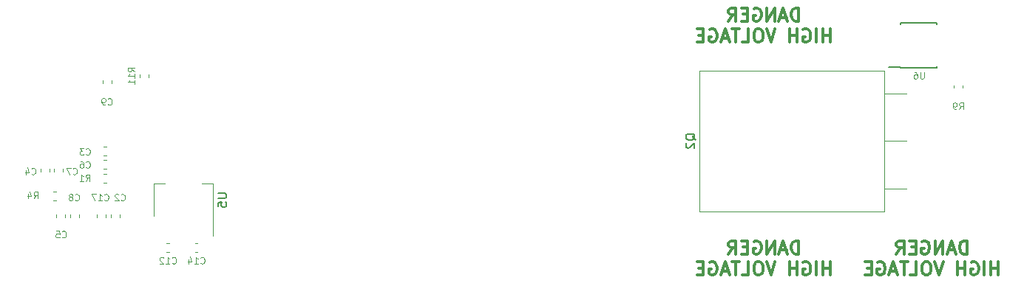
<source format=gbr>
G04 #@! TF.GenerationSoftware,KiCad,Pcbnew,7.99.0-unknown-099e5dd9e7~172~ubuntu22.04.1*
G04 #@! TF.CreationDate,2023-11-16T11:57:36+01:00*
G04 #@! TF.ProjectId,emfi,656d6669-2e6b-4696-9361-645f70636258,0.1*
G04 #@! TF.SameCoordinates,Original*
G04 #@! TF.FileFunction,Legend,Bot*
G04 #@! TF.FilePolarity,Positive*
%FSLAX46Y46*%
G04 Gerber Fmt 4.6, Leading zero omitted, Abs format (unit mm)*
G04 Created by KiCad (PCBNEW 7.99.0-unknown-099e5dd9e7~172~ubuntu22.04.1) date 2023-11-16 11:57:36*
%MOMM*%
%LPD*%
G01*
G04 APERTURE LIST*
%ADD10C,0.300000*%
%ADD11C,0.125000*%
%ADD12C,0.150000*%
%ADD13C,0.120000*%
G04 APERTURE END LIST*
D10*
X146000000Y-59970870D02*
X146000000Y-58470870D01*
X146000000Y-58470870D02*
X145642857Y-58470870D01*
X145642857Y-58470870D02*
X145428571Y-58542299D01*
X145428571Y-58542299D02*
X145285714Y-58685156D01*
X145285714Y-58685156D02*
X145214285Y-58828013D01*
X145214285Y-58828013D02*
X145142857Y-59113727D01*
X145142857Y-59113727D02*
X145142857Y-59328013D01*
X145142857Y-59328013D02*
X145214285Y-59613727D01*
X145214285Y-59613727D02*
X145285714Y-59756584D01*
X145285714Y-59756584D02*
X145428571Y-59899442D01*
X145428571Y-59899442D02*
X145642857Y-59970870D01*
X145642857Y-59970870D02*
X146000000Y-59970870D01*
X144571428Y-59542299D02*
X143857143Y-59542299D01*
X144714285Y-59970870D02*
X144214285Y-58470870D01*
X144214285Y-58470870D02*
X143714285Y-59970870D01*
X143214286Y-59970870D02*
X143214286Y-58470870D01*
X143214286Y-58470870D02*
X142357143Y-59970870D01*
X142357143Y-59970870D02*
X142357143Y-58470870D01*
X140857142Y-58542299D02*
X141000000Y-58470870D01*
X141000000Y-58470870D02*
X141214285Y-58470870D01*
X141214285Y-58470870D02*
X141428571Y-58542299D01*
X141428571Y-58542299D02*
X141571428Y-58685156D01*
X141571428Y-58685156D02*
X141642857Y-58828013D01*
X141642857Y-58828013D02*
X141714285Y-59113727D01*
X141714285Y-59113727D02*
X141714285Y-59328013D01*
X141714285Y-59328013D02*
X141642857Y-59613727D01*
X141642857Y-59613727D02*
X141571428Y-59756584D01*
X141571428Y-59756584D02*
X141428571Y-59899442D01*
X141428571Y-59899442D02*
X141214285Y-59970870D01*
X141214285Y-59970870D02*
X141071428Y-59970870D01*
X141071428Y-59970870D02*
X140857142Y-59899442D01*
X140857142Y-59899442D02*
X140785714Y-59828013D01*
X140785714Y-59828013D02*
X140785714Y-59328013D01*
X140785714Y-59328013D02*
X141071428Y-59328013D01*
X140142857Y-59185156D02*
X139642857Y-59185156D01*
X139428571Y-59970870D02*
X140142857Y-59970870D01*
X140142857Y-59970870D02*
X140142857Y-58470870D01*
X140142857Y-58470870D02*
X139428571Y-58470870D01*
X137928571Y-59970870D02*
X138428571Y-59256584D01*
X138785714Y-59970870D02*
X138785714Y-58470870D01*
X138785714Y-58470870D02*
X138214285Y-58470870D01*
X138214285Y-58470870D02*
X138071428Y-58542299D01*
X138071428Y-58542299D02*
X137999999Y-58613727D01*
X137999999Y-58613727D02*
X137928571Y-58756584D01*
X137928571Y-58756584D02*
X137928571Y-58970870D01*
X137928571Y-58970870D02*
X137999999Y-59113727D01*
X137999999Y-59113727D02*
X138071428Y-59185156D01*
X138071428Y-59185156D02*
X138214285Y-59256584D01*
X138214285Y-59256584D02*
X138785714Y-59256584D01*
X149571429Y-62385786D02*
X149571429Y-60885786D01*
X149571429Y-61600072D02*
X148714286Y-61600072D01*
X148714286Y-62385786D02*
X148714286Y-60885786D01*
X148000000Y-62385786D02*
X148000000Y-60885786D01*
X146499999Y-60957215D02*
X146642857Y-60885786D01*
X146642857Y-60885786D02*
X146857142Y-60885786D01*
X146857142Y-60885786D02*
X147071428Y-60957215D01*
X147071428Y-60957215D02*
X147214285Y-61100072D01*
X147214285Y-61100072D02*
X147285714Y-61242929D01*
X147285714Y-61242929D02*
X147357142Y-61528643D01*
X147357142Y-61528643D02*
X147357142Y-61742929D01*
X147357142Y-61742929D02*
X147285714Y-62028643D01*
X147285714Y-62028643D02*
X147214285Y-62171500D01*
X147214285Y-62171500D02*
X147071428Y-62314358D01*
X147071428Y-62314358D02*
X146857142Y-62385786D01*
X146857142Y-62385786D02*
X146714285Y-62385786D01*
X146714285Y-62385786D02*
X146499999Y-62314358D01*
X146499999Y-62314358D02*
X146428571Y-62242929D01*
X146428571Y-62242929D02*
X146428571Y-61742929D01*
X146428571Y-61742929D02*
X146714285Y-61742929D01*
X145785714Y-62385786D02*
X145785714Y-60885786D01*
X145785714Y-61600072D02*
X144928571Y-61600072D01*
X144928571Y-62385786D02*
X144928571Y-60885786D01*
X143285713Y-60885786D02*
X142785713Y-62385786D01*
X142785713Y-62385786D02*
X142285713Y-60885786D01*
X141499999Y-60885786D02*
X141214285Y-60885786D01*
X141214285Y-60885786D02*
X141071428Y-60957215D01*
X141071428Y-60957215D02*
X140928571Y-61100072D01*
X140928571Y-61100072D02*
X140857142Y-61385786D01*
X140857142Y-61385786D02*
X140857142Y-61885786D01*
X140857142Y-61885786D02*
X140928571Y-62171500D01*
X140928571Y-62171500D02*
X141071428Y-62314358D01*
X141071428Y-62314358D02*
X141214285Y-62385786D01*
X141214285Y-62385786D02*
X141499999Y-62385786D01*
X141499999Y-62385786D02*
X141642857Y-62314358D01*
X141642857Y-62314358D02*
X141785714Y-62171500D01*
X141785714Y-62171500D02*
X141857142Y-61885786D01*
X141857142Y-61885786D02*
X141857142Y-61385786D01*
X141857142Y-61385786D02*
X141785714Y-61100072D01*
X141785714Y-61100072D02*
X141642857Y-60957215D01*
X141642857Y-60957215D02*
X141499999Y-60885786D01*
X139499999Y-62385786D02*
X140214285Y-62385786D01*
X140214285Y-62385786D02*
X140214285Y-60885786D01*
X139214284Y-60885786D02*
X138357142Y-60885786D01*
X138785713Y-62385786D02*
X138785713Y-60885786D01*
X137928570Y-61957215D02*
X137214285Y-61957215D01*
X138071427Y-62385786D02*
X137571427Y-60885786D01*
X137571427Y-60885786D02*
X137071427Y-62385786D01*
X135785713Y-60957215D02*
X135928571Y-60885786D01*
X135928571Y-60885786D02*
X136142856Y-60885786D01*
X136142856Y-60885786D02*
X136357142Y-60957215D01*
X136357142Y-60957215D02*
X136499999Y-61100072D01*
X136499999Y-61100072D02*
X136571428Y-61242929D01*
X136571428Y-61242929D02*
X136642856Y-61528643D01*
X136642856Y-61528643D02*
X136642856Y-61742929D01*
X136642856Y-61742929D02*
X136571428Y-62028643D01*
X136571428Y-62028643D02*
X136499999Y-62171500D01*
X136499999Y-62171500D02*
X136357142Y-62314358D01*
X136357142Y-62314358D02*
X136142856Y-62385786D01*
X136142856Y-62385786D02*
X135999999Y-62385786D01*
X135999999Y-62385786D02*
X135785713Y-62314358D01*
X135785713Y-62314358D02*
X135714285Y-62242929D01*
X135714285Y-62242929D02*
X135714285Y-61742929D01*
X135714285Y-61742929D02*
X135999999Y-61742929D01*
X135071428Y-61600072D02*
X134571428Y-61600072D01*
X134357142Y-62385786D02*
X135071428Y-62385786D01*
X135071428Y-62385786D02*
X135071428Y-60885786D01*
X135071428Y-60885786D02*
X134357142Y-60885786D01*
X146000000Y-33220870D02*
X146000000Y-31720870D01*
X146000000Y-31720870D02*
X145642857Y-31720870D01*
X145642857Y-31720870D02*
X145428571Y-31792299D01*
X145428571Y-31792299D02*
X145285714Y-31935156D01*
X145285714Y-31935156D02*
X145214285Y-32078013D01*
X145214285Y-32078013D02*
X145142857Y-32363727D01*
X145142857Y-32363727D02*
X145142857Y-32578013D01*
X145142857Y-32578013D02*
X145214285Y-32863727D01*
X145214285Y-32863727D02*
X145285714Y-33006584D01*
X145285714Y-33006584D02*
X145428571Y-33149442D01*
X145428571Y-33149442D02*
X145642857Y-33220870D01*
X145642857Y-33220870D02*
X146000000Y-33220870D01*
X144571428Y-32792299D02*
X143857143Y-32792299D01*
X144714285Y-33220870D02*
X144214285Y-31720870D01*
X144214285Y-31720870D02*
X143714285Y-33220870D01*
X143214286Y-33220870D02*
X143214286Y-31720870D01*
X143214286Y-31720870D02*
X142357143Y-33220870D01*
X142357143Y-33220870D02*
X142357143Y-31720870D01*
X140857142Y-31792299D02*
X141000000Y-31720870D01*
X141000000Y-31720870D02*
X141214285Y-31720870D01*
X141214285Y-31720870D02*
X141428571Y-31792299D01*
X141428571Y-31792299D02*
X141571428Y-31935156D01*
X141571428Y-31935156D02*
X141642857Y-32078013D01*
X141642857Y-32078013D02*
X141714285Y-32363727D01*
X141714285Y-32363727D02*
X141714285Y-32578013D01*
X141714285Y-32578013D02*
X141642857Y-32863727D01*
X141642857Y-32863727D02*
X141571428Y-33006584D01*
X141571428Y-33006584D02*
X141428571Y-33149442D01*
X141428571Y-33149442D02*
X141214285Y-33220870D01*
X141214285Y-33220870D02*
X141071428Y-33220870D01*
X141071428Y-33220870D02*
X140857142Y-33149442D01*
X140857142Y-33149442D02*
X140785714Y-33078013D01*
X140785714Y-33078013D02*
X140785714Y-32578013D01*
X140785714Y-32578013D02*
X141071428Y-32578013D01*
X140142857Y-32435156D02*
X139642857Y-32435156D01*
X139428571Y-33220870D02*
X140142857Y-33220870D01*
X140142857Y-33220870D02*
X140142857Y-31720870D01*
X140142857Y-31720870D02*
X139428571Y-31720870D01*
X137928571Y-33220870D02*
X138428571Y-32506584D01*
X138785714Y-33220870D02*
X138785714Y-31720870D01*
X138785714Y-31720870D02*
X138214285Y-31720870D01*
X138214285Y-31720870D02*
X138071428Y-31792299D01*
X138071428Y-31792299D02*
X137999999Y-31863727D01*
X137999999Y-31863727D02*
X137928571Y-32006584D01*
X137928571Y-32006584D02*
X137928571Y-32220870D01*
X137928571Y-32220870D02*
X137999999Y-32363727D01*
X137999999Y-32363727D02*
X138071428Y-32435156D01*
X138071428Y-32435156D02*
X138214285Y-32506584D01*
X138214285Y-32506584D02*
X138785714Y-32506584D01*
X149571429Y-35635786D02*
X149571429Y-34135786D01*
X149571429Y-34850072D02*
X148714286Y-34850072D01*
X148714286Y-35635786D02*
X148714286Y-34135786D01*
X148000000Y-35635786D02*
X148000000Y-34135786D01*
X146499999Y-34207215D02*
X146642857Y-34135786D01*
X146642857Y-34135786D02*
X146857142Y-34135786D01*
X146857142Y-34135786D02*
X147071428Y-34207215D01*
X147071428Y-34207215D02*
X147214285Y-34350072D01*
X147214285Y-34350072D02*
X147285714Y-34492929D01*
X147285714Y-34492929D02*
X147357142Y-34778643D01*
X147357142Y-34778643D02*
X147357142Y-34992929D01*
X147357142Y-34992929D02*
X147285714Y-35278643D01*
X147285714Y-35278643D02*
X147214285Y-35421500D01*
X147214285Y-35421500D02*
X147071428Y-35564358D01*
X147071428Y-35564358D02*
X146857142Y-35635786D01*
X146857142Y-35635786D02*
X146714285Y-35635786D01*
X146714285Y-35635786D02*
X146499999Y-35564358D01*
X146499999Y-35564358D02*
X146428571Y-35492929D01*
X146428571Y-35492929D02*
X146428571Y-34992929D01*
X146428571Y-34992929D02*
X146714285Y-34992929D01*
X145785714Y-35635786D02*
X145785714Y-34135786D01*
X145785714Y-34850072D02*
X144928571Y-34850072D01*
X144928571Y-35635786D02*
X144928571Y-34135786D01*
X143285713Y-34135786D02*
X142785713Y-35635786D01*
X142785713Y-35635786D02*
X142285713Y-34135786D01*
X141499999Y-34135786D02*
X141214285Y-34135786D01*
X141214285Y-34135786D02*
X141071428Y-34207215D01*
X141071428Y-34207215D02*
X140928571Y-34350072D01*
X140928571Y-34350072D02*
X140857142Y-34635786D01*
X140857142Y-34635786D02*
X140857142Y-35135786D01*
X140857142Y-35135786D02*
X140928571Y-35421500D01*
X140928571Y-35421500D02*
X141071428Y-35564358D01*
X141071428Y-35564358D02*
X141214285Y-35635786D01*
X141214285Y-35635786D02*
X141499999Y-35635786D01*
X141499999Y-35635786D02*
X141642857Y-35564358D01*
X141642857Y-35564358D02*
X141785714Y-35421500D01*
X141785714Y-35421500D02*
X141857142Y-35135786D01*
X141857142Y-35135786D02*
X141857142Y-34635786D01*
X141857142Y-34635786D02*
X141785714Y-34350072D01*
X141785714Y-34350072D02*
X141642857Y-34207215D01*
X141642857Y-34207215D02*
X141499999Y-34135786D01*
X139499999Y-35635786D02*
X140214285Y-35635786D01*
X140214285Y-35635786D02*
X140214285Y-34135786D01*
X139214284Y-34135786D02*
X138357142Y-34135786D01*
X138785713Y-35635786D02*
X138785713Y-34135786D01*
X137928570Y-35207215D02*
X137214285Y-35207215D01*
X138071427Y-35635786D02*
X137571427Y-34135786D01*
X137571427Y-34135786D02*
X137071427Y-35635786D01*
X135785713Y-34207215D02*
X135928571Y-34135786D01*
X135928571Y-34135786D02*
X136142856Y-34135786D01*
X136142856Y-34135786D02*
X136357142Y-34207215D01*
X136357142Y-34207215D02*
X136499999Y-34350072D01*
X136499999Y-34350072D02*
X136571428Y-34492929D01*
X136571428Y-34492929D02*
X136642856Y-34778643D01*
X136642856Y-34778643D02*
X136642856Y-34992929D01*
X136642856Y-34992929D02*
X136571428Y-35278643D01*
X136571428Y-35278643D02*
X136499999Y-35421500D01*
X136499999Y-35421500D02*
X136357142Y-35564358D01*
X136357142Y-35564358D02*
X136142856Y-35635786D01*
X136142856Y-35635786D02*
X135999999Y-35635786D01*
X135999999Y-35635786D02*
X135785713Y-35564358D01*
X135785713Y-35564358D02*
X135714285Y-35492929D01*
X135714285Y-35492929D02*
X135714285Y-34992929D01*
X135714285Y-34992929D02*
X135999999Y-34992929D01*
X135071428Y-34850072D02*
X134571428Y-34850072D01*
X134357142Y-35635786D02*
X135071428Y-35635786D01*
X135071428Y-35635786D02*
X135071428Y-34135786D01*
X135071428Y-34135786D02*
X134357142Y-34135786D01*
X165250000Y-59970870D02*
X165250000Y-58470870D01*
X165250000Y-58470870D02*
X164892857Y-58470870D01*
X164892857Y-58470870D02*
X164678571Y-58542299D01*
X164678571Y-58542299D02*
X164535714Y-58685156D01*
X164535714Y-58685156D02*
X164464285Y-58828013D01*
X164464285Y-58828013D02*
X164392857Y-59113727D01*
X164392857Y-59113727D02*
X164392857Y-59328013D01*
X164392857Y-59328013D02*
X164464285Y-59613727D01*
X164464285Y-59613727D02*
X164535714Y-59756584D01*
X164535714Y-59756584D02*
X164678571Y-59899442D01*
X164678571Y-59899442D02*
X164892857Y-59970870D01*
X164892857Y-59970870D02*
X165250000Y-59970870D01*
X163821428Y-59542299D02*
X163107143Y-59542299D01*
X163964285Y-59970870D02*
X163464285Y-58470870D01*
X163464285Y-58470870D02*
X162964285Y-59970870D01*
X162464286Y-59970870D02*
X162464286Y-58470870D01*
X162464286Y-58470870D02*
X161607143Y-59970870D01*
X161607143Y-59970870D02*
X161607143Y-58470870D01*
X160107142Y-58542299D02*
X160250000Y-58470870D01*
X160250000Y-58470870D02*
X160464285Y-58470870D01*
X160464285Y-58470870D02*
X160678571Y-58542299D01*
X160678571Y-58542299D02*
X160821428Y-58685156D01*
X160821428Y-58685156D02*
X160892857Y-58828013D01*
X160892857Y-58828013D02*
X160964285Y-59113727D01*
X160964285Y-59113727D02*
X160964285Y-59328013D01*
X160964285Y-59328013D02*
X160892857Y-59613727D01*
X160892857Y-59613727D02*
X160821428Y-59756584D01*
X160821428Y-59756584D02*
X160678571Y-59899442D01*
X160678571Y-59899442D02*
X160464285Y-59970870D01*
X160464285Y-59970870D02*
X160321428Y-59970870D01*
X160321428Y-59970870D02*
X160107142Y-59899442D01*
X160107142Y-59899442D02*
X160035714Y-59828013D01*
X160035714Y-59828013D02*
X160035714Y-59328013D01*
X160035714Y-59328013D02*
X160321428Y-59328013D01*
X159392857Y-59185156D02*
X158892857Y-59185156D01*
X158678571Y-59970870D02*
X159392857Y-59970870D01*
X159392857Y-59970870D02*
X159392857Y-58470870D01*
X159392857Y-58470870D02*
X158678571Y-58470870D01*
X157178571Y-59970870D02*
X157678571Y-59256584D01*
X158035714Y-59970870D02*
X158035714Y-58470870D01*
X158035714Y-58470870D02*
X157464285Y-58470870D01*
X157464285Y-58470870D02*
X157321428Y-58542299D01*
X157321428Y-58542299D02*
X157249999Y-58613727D01*
X157249999Y-58613727D02*
X157178571Y-58756584D01*
X157178571Y-58756584D02*
X157178571Y-58970870D01*
X157178571Y-58970870D02*
X157249999Y-59113727D01*
X157249999Y-59113727D02*
X157321428Y-59185156D01*
X157321428Y-59185156D02*
X157464285Y-59256584D01*
X157464285Y-59256584D02*
X158035714Y-59256584D01*
X168821429Y-62385786D02*
X168821429Y-60885786D01*
X168821429Y-61600072D02*
X167964286Y-61600072D01*
X167964286Y-62385786D02*
X167964286Y-60885786D01*
X167250000Y-62385786D02*
X167250000Y-60885786D01*
X165749999Y-60957215D02*
X165892857Y-60885786D01*
X165892857Y-60885786D02*
X166107142Y-60885786D01*
X166107142Y-60885786D02*
X166321428Y-60957215D01*
X166321428Y-60957215D02*
X166464285Y-61100072D01*
X166464285Y-61100072D02*
X166535714Y-61242929D01*
X166535714Y-61242929D02*
X166607142Y-61528643D01*
X166607142Y-61528643D02*
X166607142Y-61742929D01*
X166607142Y-61742929D02*
X166535714Y-62028643D01*
X166535714Y-62028643D02*
X166464285Y-62171500D01*
X166464285Y-62171500D02*
X166321428Y-62314358D01*
X166321428Y-62314358D02*
X166107142Y-62385786D01*
X166107142Y-62385786D02*
X165964285Y-62385786D01*
X165964285Y-62385786D02*
X165749999Y-62314358D01*
X165749999Y-62314358D02*
X165678571Y-62242929D01*
X165678571Y-62242929D02*
X165678571Y-61742929D01*
X165678571Y-61742929D02*
X165964285Y-61742929D01*
X165035714Y-62385786D02*
X165035714Y-60885786D01*
X165035714Y-61600072D02*
X164178571Y-61600072D01*
X164178571Y-62385786D02*
X164178571Y-60885786D01*
X162535713Y-60885786D02*
X162035713Y-62385786D01*
X162035713Y-62385786D02*
X161535713Y-60885786D01*
X160749999Y-60885786D02*
X160464285Y-60885786D01*
X160464285Y-60885786D02*
X160321428Y-60957215D01*
X160321428Y-60957215D02*
X160178571Y-61100072D01*
X160178571Y-61100072D02*
X160107142Y-61385786D01*
X160107142Y-61385786D02*
X160107142Y-61885786D01*
X160107142Y-61885786D02*
X160178571Y-62171500D01*
X160178571Y-62171500D02*
X160321428Y-62314358D01*
X160321428Y-62314358D02*
X160464285Y-62385786D01*
X160464285Y-62385786D02*
X160749999Y-62385786D01*
X160749999Y-62385786D02*
X160892857Y-62314358D01*
X160892857Y-62314358D02*
X161035714Y-62171500D01*
X161035714Y-62171500D02*
X161107142Y-61885786D01*
X161107142Y-61885786D02*
X161107142Y-61385786D01*
X161107142Y-61385786D02*
X161035714Y-61100072D01*
X161035714Y-61100072D02*
X160892857Y-60957215D01*
X160892857Y-60957215D02*
X160749999Y-60885786D01*
X158749999Y-62385786D02*
X159464285Y-62385786D01*
X159464285Y-62385786D02*
X159464285Y-60885786D01*
X158464284Y-60885786D02*
X157607142Y-60885786D01*
X158035713Y-62385786D02*
X158035713Y-60885786D01*
X157178570Y-61957215D02*
X156464285Y-61957215D01*
X157321427Y-62385786D02*
X156821427Y-60885786D01*
X156821427Y-60885786D02*
X156321427Y-62385786D01*
X155035713Y-60957215D02*
X155178571Y-60885786D01*
X155178571Y-60885786D02*
X155392856Y-60885786D01*
X155392856Y-60885786D02*
X155607142Y-60957215D01*
X155607142Y-60957215D02*
X155749999Y-61100072D01*
X155749999Y-61100072D02*
X155821428Y-61242929D01*
X155821428Y-61242929D02*
X155892856Y-61528643D01*
X155892856Y-61528643D02*
X155892856Y-61742929D01*
X155892856Y-61742929D02*
X155821428Y-62028643D01*
X155821428Y-62028643D02*
X155749999Y-62171500D01*
X155749999Y-62171500D02*
X155607142Y-62314358D01*
X155607142Y-62314358D02*
X155392856Y-62385786D01*
X155392856Y-62385786D02*
X155249999Y-62385786D01*
X155249999Y-62385786D02*
X155035713Y-62314358D01*
X155035713Y-62314358D02*
X154964285Y-62242929D01*
X154964285Y-62242929D02*
X154964285Y-61742929D01*
X154964285Y-61742929D02*
X155249999Y-61742929D01*
X154321428Y-61600072D02*
X153821428Y-61600072D01*
X153607142Y-62385786D02*
X154321428Y-62385786D01*
X154321428Y-62385786D02*
X154321428Y-60885786D01*
X154321428Y-60885786D02*
X153607142Y-60885786D01*
D11*
X77482143Y-61019035D02*
X77517857Y-61054750D01*
X77517857Y-61054750D02*
X77625000Y-61090464D01*
X77625000Y-61090464D02*
X77696428Y-61090464D01*
X77696428Y-61090464D02*
X77803571Y-61054750D01*
X77803571Y-61054750D02*
X77875000Y-60983321D01*
X77875000Y-60983321D02*
X77910714Y-60911892D01*
X77910714Y-60911892D02*
X77946428Y-60769035D01*
X77946428Y-60769035D02*
X77946428Y-60661892D01*
X77946428Y-60661892D02*
X77910714Y-60519035D01*
X77910714Y-60519035D02*
X77875000Y-60447607D01*
X77875000Y-60447607D02*
X77803571Y-60376178D01*
X77803571Y-60376178D02*
X77696428Y-60340464D01*
X77696428Y-60340464D02*
X77625000Y-60340464D01*
X77625000Y-60340464D02*
X77517857Y-60376178D01*
X77517857Y-60376178D02*
X77482143Y-60411892D01*
X76767857Y-61090464D02*
X77196428Y-61090464D01*
X76982143Y-61090464D02*
X76982143Y-60340464D01*
X76982143Y-60340464D02*
X77053571Y-60447607D01*
X77053571Y-60447607D02*
X77125000Y-60519035D01*
X77125000Y-60519035D02*
X77196428Y-60554750D01*
X76125000Y-60590464D02*
X76125000Y-61090464D01*
X76303571Y-60304750D02*
X76482142Y-60840464D01*
X76482142Y-60840464D02*
X76017857Y-60840464D01*
X74232143Y-61019035D02*
X74267857Y-61054750D01*
X74267857Y-61054750D02*
X74375000Y-61090464D01*
X74375000Y-61090464D02*
X74446428Y-61090464D01*
X74446428Y-61090464D02*
X74553571Y-61054750D01*
X74553571Y-61054750D02*
X74625000Y-60983321D01*
X74625000Y-60983321D02*
X74660714Y-60911892D01*
X74660714Y-60911892D02*
X74696428Y-60769035D01*
X74696428Y-60769035D02*
X74696428Y-60661892D01*
X74696428Y-60661892D02*
X74660714Y-60519035D01*
X74660714Y-60519035D02*
X74625000Y-60447607D01*
X74625000Y-60447607D02*
X74553571Y-60376178D01*
X74553571Y-60376178D02*
X74446428Y-60340464D01*
X74446428Y-60340464D02*
X74375000Y-60340464D01*
X74375000Y-60340464D02*
X74267857Y-60376178D01*
X74267857Y-60376178D02*
X74232143Y-60411892D01*
X73517857Y-61090464D02*
X73946428Y-61090464D01*
X73732143Y-61090464D02*
X73732143Y-60340464D01*
X73732143Y-60340464D02*
X73803571Y-60447607D01*
X73803571Y-60447607D02*
X73875000Y-60519035D01*
X73875000Y-60519035D02*
X73946428Y-60554750D01*
X73232142Y-60411892D02*
X73196428Y-60376178D01*
X73196428Y-60376178D02*
X73125000Y-60340464D01*
X73125000Y-60340464D02*
X72946428Y-60340464D01*
X72946428Y-60340464D02*
X72875000Y-60376178D01*
X72875000Y-60376178D02*
X72839285Y-60411892D01*
X72839285Y-60411892D02*
X72803571Y-60483321D01*
X72803571Y-60483321D02*
X72803571Y-60554750D01*
X72803571Y-60554750D02*
X72839285Y-60661892D01*
X72839285Y-60661892D02*
X73267857Y-61090464D01*
X73267857Y-61090464D02*
X72803571Y-61090464D01*
X64375000Y-51590464D02*
X64625000Y-51233321D01*
X64803571Y-51590464D02*
X64803571Y-50840464D01*
X64803571Y-50840464D02*
X64517857Y-50840464D01*
X64517857Y-50840464D02*
X64446428Y-50876178D01*
X64446428Y-50876178D02*
X64410714Y-50911892D01*
X64410714Y-50911892D02*
X64375000Y-50983321D01*
X64375000Y-50983321D02*
X64375000Y-51090464D01*
X64375000Y-51090464D02*
X64410714Y-51161892D01*
X64410714Y-51161892D02*
X64446428Y-51197607D01*
X64446428Y-51197607D02*
X64517857Y-51233321D01*
X64517857Y-51233321D02*
X64803571Y-51233321D01*
X63660714Y-51590464D02*
X64089285Y-51590464D01*
X63875000Y-51590464D02*
X63875000Y-50840464D01*
X63875000Y-50840464D02*
X63946428Y-50947607D01*
X63946428Y-50947607D02*
X64017857Y-51019035D01*
X64017857Y-51019035D02*
X64089285Y-51054750D01*
X61625000Y-58019035D02*
X61660714Y-58054750D01*
X61660714Y-58054750D02*
X61767857Y-58090464D01*
X61767857Y-58090464D02*
X61839285Y-58090464D01*
X61839285Y-58090464D02*
X61946428Y-58054750D01*
X61946428Y-58054750D02*
X62017857Y-57983321D01*
X62017857Y-57983321D02*
X62053571Y-57911892D01*
X62053571Y-57911892D02*
X62089285Y-57769035D01*
X62089285Y-57769035D02*
X62089285Y-57661892D01*
X62089285Y-57661892D02*
X62053571Y-57519035D01*
X62053571Y-57519035D02*
X62017857Y-57447607D01*
X62017857Y-57447607D02*
X61946428Y-57376178D01*
X61946428Y-57376178D02*
X61839285Y-57340464D01*
X61839285Y-57340464D02*
X61767857Y-57340464D01*
X61767857Y-57340464D02*
X61660714Y-57376178D01*
X61660714Y-57376178D02*
X61625000Y-57411892D01*
X60946428Y-57340464D02*
X61303571Y-57340464D01*
X61303571Y-57340464D02*
X61339285Y-57697607D01*
X61339285Y-57697607D02*
X61303571Y-57661892D01*
X61303571Y-57661892D02*
X61232143Y-57626178D01*
X61232143Y-57626178D02*
X61053571Y-57626178D01*
X61053571Y-57626178D02*
X60982143Y-57661892D01*
X60982143Y-57661892D02*
X60946428Y-57697607D01*
X60946428Y-57697607D02*
X60910714Y-57769035D01*
X60910714Y-57769035D02*
X60910714Y-57947607D01*
X60910714Y-57947607D02*
X60946428Y-58019035D01*
X60946428Y-58019035D02*
X60982143Y-58054750D01*
X60982143Y-58054750D02*
X61053571Y-58090464D01*
X61053571Y-58090464D02*
X61232143Y-58090464D01*
X61232143Y-58090464D02*
X61303571Y-58054750D01*
X61303571Y-58054750D02*
X61339285Y-58019035D01*
X63125000Y-53769035D02*
X63160714Y-53804750D01*
X63160714Y-53804750D02*
X63267857Y-53840464D01*
X63267857Y-53840464D02*
X63339285Y-53840464D01*
X63339285Y-53840464D02*
X63446428Y-53804750D01*
X63446428Y-53804750D02*
X63517857Y-53733321D01*
X63517857Y-53733321D02*
X63553571Y-53661892D01*
X63553571Y-53661892D02*
X63589285Y-53519035D01*
X63589285Y-53519035D02*
X63589285Y-53411892D01*
X63589285Y-53411892D02*
X63553571Y-53269035D01*
X63553571Y-53269035D02*
X63517857Y-53197607D01*
X63517857Y-53197607D02*
X63446428Y-53126178D01*
X63446428Y-53126178D02*
X63339285Y-53090464D01*
X63339285Y-53090464D02*
X63267857Y-53090464D01*
X63267857Y-53090464D02*
X63160714Y-53126178D01*
X63160714Y-53126178D02*
X63125000Y-53161892D01*
X62696428Y-53411892D02*
X62767857Y-53376178D01*
X62767857Y-53376178D02*
X62803571Y-53340464D01*
X62803571Y-53340464D02*
X62839285Y-53269035D01*
X62839285Y-53269035D02*
X62839285Y-53233321D01*
X62839285Y-53233321D02*
X62803571Y-53161892D01*
X62803571Y-53161892D02*
X62767857Y-53126178D01*
X62767857Y-53126178D02*
X62696428Y-53090464D01*
X62696428Y-53090464D02*
X62553571Y-53090464D01*
X62553571Y-53090464D02*
X62482143Y-53126178D01*
X62482143Y-53126178D02*
X62446428Y-53161892D01*
X62446428Y-53161892D02*
X62410714Y-53233321D01*
X62410714Y-53233321D02*
X62410714Y-53269035D01*
X62410714Y-53269035D02*
X62446428Y-53340464D01*
X62446428Y-53340464D02*
X62482143Y-53376178D01*
X62482143Y-53376178D02*
X62553571Y-53411892D01*
X62553571Y-53411892D02*
X62696428Y-53411892D01*
X62696428Y-53411892D02*
X62767857Y-53447607D01*
X62767857Y-53447607D02*
X62803571Y-53483321D01*
X62803571Y-53483321D02*
X62839285Y-53554750D01*
X62839285Y-53554750D02*
X62839285Y-53697607D01*
X62839285Y-53697607D02*
X62803571Y-53769035D01*
X62803571Y-53769035D02*
X62767857Y-53804750D01*
X62767857Y-53804750D02*
X62696428Y-53840464D01*
X62696428Y-53840464D02*
X62553571Y-53840464D01*
X62553571Y-53840464D02*
X62482143Y-53804750D01*
X62482143Y-53804750D02*
X62446428Y-53769035D01*
X62446428Y-53769035D02*
X62410714Y-53697607D01*
X62410714Y-53697607D02*
X62410714Y-53554750D01*
X62410714Y-53554750D02*
X62446428Y-53483321D01*
X62446428Y-53483321D02*
X62482143Y-53447607D01*
X62482143Y-53447607D02*
X62553571Y-53411892D01*
X66875000Y-42769035D02*
X66910714Y-42804750D01*
X66910714Y-42804750D02*
X67017857Y-42840464D01*
X67017857Y-42840464D02*
X67089285Y-42840464D01*
X67089285Y-42840464D02*
X67196428Y-42804750D01*
X67196428Y-42804750D02*
X67267857Y-42733321D01*
X67267857Y-42733321D02*
X67303571Y-42661892D01*
X67303571Y-42661892D02*
X67339285Y-42519035D01*
X67339285Y-42519035D02*
X67339285Y-42411892D01*
X67339285Y-42411892D02*
X67303571Y-42269035D01*
X67303571Y-42269035D02*
X67267857Y-42197607D01*
X67267857Y-42197607D02*
X67196428Y-42126178D01*
X67196428Y-42126178D02*
X67089285Y-42090464D01*
X67089285Y-42090464D02*
X67017857Y-42090464D01*
X67017857Y-42090464D02*
X66910714Y-42126178D01*
X66910714Y-42126178D02*
X66875000Y-42161892D01*
X66517857Y-42840464D02*
X66375000Y-42840464D01*
X66375000Y-42840464D02*
X66303571Y-42804750D01*
X66303571Y-42804750D02*
X66267857Y-42769035D01*
X66267857Y-42769035D02*
X66196428Y-42661892D01*
X66196428Y-42661892D02*
X66160714Y-42519035D01*
X66160714Y-42519035D02*
X66160714Y-42233321D01*
X66160714Y-42233321D02*
X66196428Y-42161892D01*
X66196428Y-42161892D02*
X66232143Y-42126178D01*
X66232143Y-42126178D02*
X66303571Y-42090464D01*
X66303571Y-42090464D02*
X66446428Y-42090464D01*
X66446428Y-42090464D02*
X66517857Y-42126178D01*
X66517857Y-42126178D02*
X66553571Y-42161892D01*
X66553571Y-42161892D02*
X66589285Y-42233321D01*
X66589285Y-42233321D02*
X66589285Y-42411892D01*
X66589285Y-42411892D02*
X66553571Y-42483321D01*
X66553571Y-42483321D02*
X66517857Y-42519035D01*
X66517857Y-42519035D02*
X66446428Y-42554750D01*
X66446428Y-42554750D02*
X66303571Y-42554750D01*
X66303571Y-42554750D02*
X66232143Y-42519035D01*
X66232143Y-42519035D02*
X66196428Y-42483321D01*
X66196428Y-42483321D02*
X66160714Y-42411892D01*
X64375000Y-48519035D02*
X64410714Y-48554750D01*
X64410714Y-48554750D02*
X64517857Y-48590464D01*
X64517857Y-48590464D02*
X64589285Y-48590464D01*
X64589285Y-48590464D02*
X64696428Y-48554750D01*
X64696428Y-48554750D02*
X64767857Y-48483321D01*
X64767857Y-48483321D02*
X64803571Y-48411892D01*
X64803571Y-48411892D02*
X64839285Y-48269035D01*
X64839285Y-48269035D02*
X64839285Y-48161892D01*
X64839285Y-48161892D02*
X64803571Y-48019035D01*
X64803571Y-48019035D02*
X64767857Y-47947607D01*
X64767857Y-47947607D02*
X64696428Y-47876178D01*
X64696428Y-47876178D02*
X64589285Y-47840464D01*
X64589285Y-47840464D02*
X64517857Y-47840464D01*
X64517857Y-47840464D02*
X64410714Y-47876178D01*
X64410714Y-47876178D02*
X64375000Y-47911892D01*
X64125000Y-47840464D02*
X63660714Y-47840464D01*
X63660714Y-47840464D02*
X63910714Y-48126178D01*
X63910714Y-48126178D02*
X63803571Y-48126178D01*
X63803571Y-48126178D02*
X63732143Y-48161892D01*
X63732143Y-48161892D02*
X63696428Y-48197607D01*
X63696428Y-48197607D02*
X63660714Y-48269035D01*
X63660714Y-48269035D02*
X63660714Y-48447607D01*
X63660714Y-48447607D02*
X63696428Y-48519035D01*
X63696428Y-48519035D02*
X63732143Y-48554750D01*
X63732143Y-48554750D02*
X63803571Y-48590464D01*
X63803571Y-48590464D02*
X64017857Y-48590464D01*
X64017857Y-48590464D02*
X64089285Y-48554750D01*
X64089285Y-48554750D02*
X64125000Y-48519035D01*
X68375000Y-53769035D02*
X68410714Y-53804750D01*
X68410714Y-53804750D02*
X68517857Y-53840464D01*
X68517857Y-53840464D02*
X68589285Y-53840464D01*
X68589285Y-53840464D02*
X68696428Y-53804750D01*
X68696428Y-53804750D02*
X68767857Y-53733321D01*
X68767857Y-53733321D02*
X68803571Y-53661892D01*
X68803571Y-53661892D02*
X68839285Y-53519035D01*
X68839285Y-53519035D02*
X68839285Y-53411892D01*
X68839285Y-53411892D02*
X68803571Y-53269035D01*
X68803571Y-53269035D02*
X68767857Y-53197607D01*
X68767857Y-53197607D02*
X68696428Y-53126178D01*
X68696428Y-53126178D02*
X68589285Y-53090464D01*
X68589285Y-53090464D02*
X68517857Y-53090464D01*
X68517857Y-53090464D02*
X68410714Y-53126178D01*
X68410714Y-53126178D02*
X68375000Y-53161892D01*
X68089285Y-53161892D02*
X68053571Y-53126178D01*
X68053571Y-53126178D02*
X67982143Y-53090464D01*
X67982143Y-53090464D02*
X67803571Y-53090464D01*
X67803571Y-53090464D02*
X67732143Y-53126178D01*
X67732143Y-53126178D02*
X67696428Y-53161892D01*
X67696428Y-53161892D02*
X67660714Y-53233321D01*
X67660714Y-53233321D02*
X67660714Y-53304750D01*
X67660714Y-53304750D02*
X67696428Y-53411892D01*
X67696428Y-53411892D02*
X68125000Y-53840464D01*
X68125000Y-53840464D02*
X67660714Y-53840464D01*
X64375000Y-50019035D02*
X64410714Y-50054750D01*
X64410714Y-50054750D02*
X64517857Y-50090464D01*
X64517857Y-50090464D02*
X64589285Y-50090464D01*
X64589285Y-50090464D02*
X64696428Y-50054750D01*
X64696428Y-50054750D02*
X64767857Y-49983321D01*
X64767857Y-49983321D02*
X64803571Y-49911892D01*
X64803571Y-49911892D02*
X64839285Y-49769035D01*
X64839285Y-49769035D02*
X64839285Y-49661892D01*
X64839285Y-49661892D02*
X64803571Y-49519035D01*
X64803571Y-49519035D02*
X64767857Y-49447607D01*
X64767857Y-49447607D02*
X64696428Y-49376178D01*
X64696428Y-49376178D02*
X64589285Y-49340464D01*
X64589285Y-49340464D02*
X64517857Y-49340464D01*
X64517857Y-49340464D02*
X64410714Y-49376178D01*
X64410714Y-49376178D02*
X64375000Y-49411892D01*
X63732143Y-49340464D02*
X63875000Y-49340464D01*
X63875000Y-49340464D02*
X63946428Y-49376178D01*
X63946428Y-49376178D02*
X63982143Y-49411892D01*
X63982143Y-49411892D02*
X64053571Y-49519035D01*
X64053571Y-49519035D02*
X64089285Y-49661892D01*
X64089285Y-49661892D02*
X64089285Y-49947607D01*
X64089285Y-49947607D02*
X64053571Y-50019035D01*
X64053571Y-50019035D02*
X64017857Y-50054750D01*
X64017857Y-50054750D02*
X63946428Y-50090464D01*
X63946428Y-50090464D02*
X63803571Y-50090464D01*
X63803571Y-50090464D02*
X63732143Y-50054750D01*
X63732143Y-50054750D02*
X63696428Y-50019035D01*
X63696428Y-50019035D02*
X63660714Y-49947607D01*
X63660714Y-49947607D02*
X63660714Y-49769035D01*
X63660714Y-49769035D02*
X63696428Y-49697607D01*
X63696428Y-49697607D02*
X63732143Y-49661892D01*
X63732143Y-49661892D02*
X63803571Y-49626178D01*
X63803571Y-49626178D02*
X63946428Y-49626178D01*
X63946428Y-49626178D02*
X64017857Y-49661892D01*
X64017857Y-49661892D02*
X64053571Y-49697607D01*
X64053571Y-49697607D02*
X64089285Y-49769035D01*
X62875000Y-50769035D02*
X62910714Y-50804750D01*
X62910714Y-50804750D02*
X63017857Y-50840464D01*
X63017857Y-50840464D02*
X63089285Y-50840464D01*
X63089285Y-50840464D02*
X63196428Y-50804750D01*
X63196428Y-50804750D02*
X63267857Y-50733321D01*
X63267857Y-50733321D02*
X63303571Y-50661892D01*
X63303571Y-50661892D02*
X63339285Y-50519035D01*
X63339285Y-50519035D02*
X63339285Y-50411892D01*
X63339285Y-50411892D02*
X63303571Y-50269035D01*
X63303571Y-50269035D02*
X63267857Y-50197607D01*
X63267857Y-50197607D02*
X63196428Y-50126178D01*
X63196428Y-50126178D02*
X63089285Y-50090464D01*
X63089285Y-50090464D02*
X63017857Y-50090464D01*
X63017857Y-50090464D02*
X62910714Y-50126178D01*
X62910714Y-50126178D02*
X62875000Y-50161892D01*
X62625000Y-50090464D02*
X62125000Y-50090464D01*
X62125000Y-50090464D02*
X62446428Y-50840464D01*
X66482143Y-53769035D02*
X66517857Y-53804750D01*
X66517857Y-53804750D02*
X66625000Y-53840464D01*
X66625000Y-53840464D02*
X66696428Y-53840464D01*
X66696428Y-53840464D02*
X66803571Y-53804750D01*
X66803571Y-53804750D02*
X66875000Y-53733321D01*
X66875000Y-53733321D02*
X66910714Y-53661892D01*
X66910714Y-53661892D02*
X66946428Y-53519035D01*
X66946428Y-53519035D02*
X66946428Y-53411892D01*
X66946428Y-53411892D02*
X66910714Y-53269035D01*
X66910714Y-53269035D02*
X66875000Y-53197607D01*
X66875000Y-53197607D02*
X66803571Y-53126178D01*
X66803571Y-53126178D02*
X66696428Y-53090464D01*
X66696428Y-53090464D02*
X66625000Y-53090464D01*
X66625000Y-53090464D02*
X66517857Y-53126178D01*
X66517857Y-53126178D02*
X66482143Y-53161892D01*
X65767857Y-53840464D02*
X66196428Y-53840464D01*
X65982143Y-53840464D02*
X65982143Y-53090464D01*
X65982143Y-53090464D02*
X66053571Y-53197607D01*
X66053571Y-53197607D02*
X66125000Y-53269035D01*
X66125000Y-53269035D02*
X66196428Y-53304750D01*
X65517857Y-53090464D02*
X65017857Y-53090464D01*
X65017857Y-53090464D02*
X65339285Y-53840464D01*
X58125000Y-50769035D02*
X58160714Y-50804750D01*
X58160714Y-50804750D02*
X58267857Y-50840464D01*
X58267857Y-50840464D02*
X58339285Y-50840464D01*
X58339285Y-50840464D02*
X58446428Y-50804750D01*
X58446428Y-50804750D02*
X58517857Y-50733321D01*
X58517857Y-50733321D02*
X58553571Y-50661892D01*
X58553571Y-50661892D02*
X58589285Y-50519035D01*
X58589285Y-50519035D02*
X58589285Y-50411892D01*
X58589285Y-50411892D02*
X58553571Y-50269035D01*
X58553571Y-50269035D02*
X58517857Y-50197607D01*
X58517857Y-50197607D02*
X58446428Y-50126178D01*
X58446428Y-50126178D02*
X58339285Y-50090464D01*
X58339285Y-50090464D02*
X58267857Y-50090464D01*
X58267857Y-50090464D02*
X58160714Y-50126178D01*
X58160714Y-50126178D02*
X58125000Y-50161892D01*
X57482143Y-50340464D02*
X57482143Y-50840464D01*
X57660714Y-50054750D02*
X57839285Y-50590464D01*
X57839285Y-50590464D02*
X57375000Y-50590464D01*
X58375000Y-53590464D02*
X58625000Y-53233321D01*
X58803571Y-53590464D02*
X58803571Y-52840464D01*
X58803571Y-52840464D02*
X58517857Y-52840464D01*
X58517857Y-52840464D02*
X58446428Y-52876178D01*
X58446428Y-52876178D02*
X58410714Y-52911892D01*
X58410714Y-52911892D02*
X58375000Y-52983321D01*
X58375000Y-52983321D02*
X58375000Y-53090464D01*
X58375000Y-53090464D02*
X58410714Y-53161892D01*
X58410714Y-53161892D02*
X58446428Y-53197607D01*
X58446428Y-53197607D02*
X58517857Y-53233321D01*
X58517857Y-53233321D02*
X58803571Y-53233321D01*
X57732143Y-53090464D02*
X57732143Y-53590464D01*
X57910714Y-52804750D02*
X58089285Y-53340464D01*
X58089285Y-53340464D02*
X57625000Y-53340464D01*
X164375000Y-43340464D02*
X164625000Y-42983321D01*
X164803571Y-43340464D02*
X164803571Y-42590464D01*
X164803571Y-42590464D02*
X164517857Y-42590464D01*
X164517857Y-42590464D02*
X164446428Y-42626178D01*
X164446428Y-42626178D02*
X164410714Y-42661892D01*
X164410714Y-42661892D02*
X164375000Y-42733321D01*
X164375000Y-42733321D02*
X164375000Y-42840464D01*
X164375000Y-42840464D02*
X164410714Y-42911892D01*
X164410714Y-42911892D02*
X164446428Y-42947607D01*
X164446428Y-42947607D02*
X164517857Y-42983321D01*
X164517857Y-42983321D02*
X164803571Y-42983321D01*
X164017857Y-43340464D02*
X163875000Y-43340464D01*
X163875000Y-43340464D02*
X163803571Y-43304750D01*
X163803571Y-43304750D02*
X163767857Y-43269035D01*
X163767857Y-43269035D02*
X163696428Y-43161892D01*
X163696428Y-43161892D02*
X163660714Y-43019035D01*
X163660714Y-43019035D02*
X163660714Y-42733321D01*
X163660714Y-42733321D02*
X163696428Y-42661892D01*
X163696428Y-42661892D02*
X163732143Y-42626178D01*
X163732143Y-42626178D02*
X163803571Y-42590464D01*
X163803571Y-42590464D02*
X163946428Y-42590464D01*
X163946428Y-42590464D02*
X164017857Y-42626178D01*
X164017857Y-42626178D02*
X164053571Y-42661892D01*
X164053571Y-42661892D02*
X164089285Y-42733321D01*
X164089285Y-42733321D02*
X164089285Y-42911892D01*
X164089285Y-42911892D02*
X164053571Y-42983321D01*
X164053571Y-42983321D02*
X164017857Y-43019035D01*
X164017857Y-43019035D02*
X163946428Y-43054750D01*
X163946428Y-43054750D02*
X163803571Y-43054750D01*
X163803571Y-43054750D02*
X163732143Y-43019035D01*
X163732143Y-43019035D02*
X163696428Y-42983321D01*
X163696428Y-42983321D02*
X163660714Y-42911892D01*
D12*
X79465898Y-53002372D02*
X80275421Y-53002372D01*
X80275421Y-53002372D02*
X80370659Y-53049991D01*
X80370659Y-53049991D02*
X80418279Y-53097610D01*
X80418279Y-53097610D02*
X80465898Y-53192848D01*
X80465898Y-53192848D02*
X80465898Y-53383324D01*
X80465898Y-53383324D02*
X80418279Y-53478562D01*
X80418279Y-53478562D02*
X80370659Y-53526181D01*
X80370659Y-53526181D02*
X80275421Y-53573800D01*
X80275421Y-53573800D02*
X79465898Y-53573800D01*
X79465898Y-54526181D02*
X79465898Y-54049991D01*
X79465898Y-54049991D02*
X79942088Y-54002372D01*
X79942088Y-54002372D02*
X79894469Y-54049991D01*
X79894469Y-54049991D02*
X79846850Y-54145229D01*
X79846850Y-54145229D02*
X79846850Y-54383324D01*
X79846850Y-54383324D02*
X79894469Y-54478562D01*
X79894469Y-54478562D02*
X79942088Y-54526181D01*
X79942088Y-54526181D02*
X80037326Y-54573800D01*
X80037326Y-54573800D02*
X80275421Y-54573800D01*
X80275421Y-54573800D02*
X80370659Y-54526181D01*
X80370659Y-54526181D02*
X80418279Y-54478562D01*
X80418279Y-54478562D02*
X80465898Y-54383324D01*
X80465898Y-54383324D02*
X80465898Y-54145229D01*
X80465898Y-54145229D02*
X80418279Y-54049991D01*
X80418279Y-54049991D02*
X80370659Y-54002372D01*
D11*
X160321428Y-39090464D02*
X160321428Y-39697607D01*
X160321428Y-39697607D02*
X160285714Y-39769035D01*
X160285714Y-39769035D02*
X160250000Y-39804750D01*
X160250000Y-39804750D02*
X160178571Y-39840464D01*
X160178571Y-39840464D02*
X160035714Y-39840464D01*
X160035714Y-39840464D02*
X159964285Y-39804750D01*
X159964285Y-39804750D02*
X159928571Y-39769035D01*
X159928571Y-39769035D02*
X159892857Y-39697607D01*
X159892857Y-39697607D02*
X159892857Y-39090464D01*
X159214286Y-39090464D02*
X159357143Y-39090464D01*
X159357143Y-39090464D02*
X159428571Y-39126178D01*
X159428571Y-39126178D02*
X159464286Y-39161892D01*
X159464286Y-39161892D02*
X159535714Y-39269035D01*
X159535714Y-39269035D02*
X159571428Y-39411892D01*
X159571428Y-39411892D02*
X159571428Y-39697607D01*
X159571428Y-39697607D02*
X159535714Y-39769035D01*
X159535714Y-39769035D02*
X159500000Y-39804750D01*
X159500000Y-39804750D02*
X159428571Y-39840464D01*
X159428571Y-39840464D02*
X159285714Y-39840464D01*
X159285714Y-39840464D02*
X159214286Y-39804750D01*
X159214286Y-39804750D02*
X159178571Y-39769035D01*
X159178571Y-39769035D02*
X159142857Y-39697607D01*
X159142857Y-39697607D02*
X159142857Y-39519035D01*
X159142857Y-39519035D02*
X159178571Y-39447607D01*
X159178571Y-39447607D02*
X159214286Y-39411892D01*
X159214286Y-39411892D02*
X159285714Y-39376178D01*
X159285714Y-39376178D02*
X159428571Y-39376178D01*
X159428571Y-39376178D02*
X159500000Y-39411892D01*
X159500000Y-39411892D02*
X159535714Y-39447607D01*
X159535714Y-39447607D02*
X159571428Y-39519035D01*
X69910464Y-39017856D02*
X69553321Y-38767856D01*
X69910464Y-38589285D02*
X69160464Y-38589285D01*
X69160464Y-38589285D02*
X69160464Y-38874999D01*
X69160464Y-38874999D02*
X69196178Y-38946428D01*
X69196178Y-38946428D02*
X69231892Y-38982142D01*
X69231892Y-38982142D02*
X69303321Y-39017856D01*
X69303321Y-39017856D02*
X69410464Y-39017856D01*
X69410464Y-39017856D02*
X69481892Y-38982142D01*
X69481892Y-38982142D02*
X69517607Y-38946428D01*
X69517607Y-38946428D02*
X69553321Y-38874999D01*
X69553321Y-38874999D02*
X69553321Y-38589285D01*
X69910464Y-39732142D02*
X69910464Y-39303571D01*
X69910464Y-39517856D02*
X69160464Y-39517856D01*
X69160464Y-39517856D02*
X69267607Y-39446428D01*
X69267607Y-39446428D02*
X69339035Y-39374999D01*
X69339035Y-39374999D02*
X69374750Y-39303571D01*
X69910464Y-40446428D02*
X69910464Y-40017857D01*
X69910464Y-40232142D02*
X69160464Y-40232142D01*
X69160464Y-40232142D02*
X69267607Y-40160714D01*
X69267607Y-40160714D02*
X69339035Y-40089285D01*
X69339035Y-40089285D02*
X69374750Y-40017857D01*
D12*
X134150057Y-46904761D02*
X134102438Y-46809523D01*
X134102438Y-46809523D02*
X134007200Y-46714285D01*
X134007200Y-46714285D02*
X133864342Y-46571428D01*
X133864342Y-46571428D02*
X133816723Y-46476190D01*
X133816723Y-46476190D02*
X133816723Y-46380952D01*
X134054819Y-46428571D02*
X134007200Y-46333333D01*
X134007200Y-46333333D02*
X133911961Y-46238095D01*
X133911961Y-46238095D02*
X133721485Y-46190476D01*
X133721485Y-46190476D02*
X133388152Y-46190476D01*
X133388152Y-46190476D02*
X133197676Y-46238095D01*
X133197676Y-46238095D02*
X133102438Y-46333333D01*
X133102438Y-46333333D02*
X133054819Y-46428571D01*
X133054819Y-46428571D02*
X133054819Y-46619047D01*
X133054819Y-46619047D02*
X133102438Y-46714285D01*
X133102438Y-46714285D02*
X133197676Y-46809523D01*
X133197676Y-46809523D02*
X133388152Y-46857142D01*
X133388152Y-46857142D02*
X133721485Y-46857142D01*
X133721485Y-46857142D02*
X133911961Y-46809523D01*
X133911961Y-46809523D02*
X134007200Y-46714285D01*
X134007200Y-46714285D02*
X134054819Y-46619047D01*
X134054819Y-46619047D02*
X134054819Y-46428571D01*
X133150057Y-47238095D02*
X133102438Y-47285714D01*
X133102438Y-47285714D02*
X133054819Y-47380952D01*
X133054819Y-47380952D02*
X133054819Y-47619047D01*
X133054819Y-47619047D02*
X133102438Y-47714285D01*
X133102438Y-47714285D02*
X133150057Y-47761904D01*
X133150057Y-47761904D02*
X133245295Y-47809523D01*
X133245295Y-47809523D02*
X133340533Y-47809523D01*
X133340533Y-47809523D02*
X133483390Y-47761904D01*
X133483390Y-47761904D02*
X134054819Y-47190476D01*
X134054819Y-47190476D02*
X134054819Y-47809523D01*
D13*
X76837221Y-58740000D02*
X77162779Y-58740000D01*
X76837221Y-59760000D02*
X77162779Y-59760000D01*
X73587221Y-58740000D02*
X73912779Y-58740000D01*
X73587221Y-59760000D02*
X73912779Y-59760000D01*
X66387221Y-50740000D02*
X66712779Y-50740000D01*
X66387221Y-51760000D02*
X66712779Y-51760000D01*
X60990000Y-55762779D02*
X60990000Y-55437221D01*
X62010000Y-55762779D02*
X62010000Y-55437221D01*
X62540000Y-55762779D02*
X62540000Y-55437221D01*
X63560000Y-55762779D02*
X63560000Y-55437221D01*
X66290000Y-40037221D02*
X66290000Y-40362779D01*
X67310000Y-40037221D02*
X67310000Y-40362779D01*
X66712779Y-48660000D02*
X66387221Y-48660000D01*
X66712779Y-47640000D02*
X66387221Y-47640000D01*
X67190000Y-55762779D02*
X67190000Y-55437221D01*
X68210000Y-55762779D02*
X68210000Y-55437221D01*
X66712779Y-50210000D02*
X66387221Y-50210000D01*
X66712779Y-49190000D02*
X66387221Y-49190000D01*
X60690000Y-50187221D02*
X60690000Y-50512779D01*
X61710000Y-50187221D02*
X61710000Y-50512779D01*
X65640000Y-55762779D02*
X65640000Y-55437221D01*
X66660000Y-55762779D02*
X66660000Y-55437221D01*
X59140000Y-50187221D02*
X59140000Y-50512779D01*
X60160000Y-50187221D02*
X60160000Y-50512779D01*
X60912779Y-53810000D02*
X60587221Y-53810000D01*
X60912779Y-52790000D02*
X60587221Y-52790000D01*
X163740000Y-40912779D02*
X163740000Y-40587221D01*
X164760000Y-40912779D02*
X164760000Y-40587221D01*
X78921079Y-51854277D02*
X77661079Y-51854277D01*
X72101079Y-51854277D02*
X73361079Y-51854277D01*
X72101079Y-55614277D02*
X72101079Y-51854277D01*
X78921079Y-57864277D02*
X78921079Y-51854277D01*
D12*
X157675000Y-38575000D02*
X161825000Y-38575000D01*
X157675000Y-33425000D02*
X161825000Y-33425000D01*
X161825000Y-38575000D02*
X161825000Y-38430000D01*
X157675000Y-38575000D02*
X157675000Y-38525000D01*
X157675000Y-38525000D02*
X156275000Y-38525000D01*
X161825000Y-33425000D02*
X161825000Y-33570000D01*
X157675000Y-33425000D02*
X157675000Y-33570000D01*
D13*
X70490000Y-39337221D02*
X70490000Y-39662779D01*
X71510000Y-39337221D02*
X71510000Y-39662779D01*
X155790000Y-52450000D02*
X158350000Y-52450000D01*
X155790000Y-41550000D02*
X158350000Y-41550000D01*
X155790000Y-38930000D02*
X155790000Y-55070000D01*
X155790000Y-47000000D02*
X158350000Y-47000000D01*
X134600000Y-55070000D02*
X155790000Y-55070000D01*
X134600000Y-38930000D02*
X134600000Y-55070000D01*
X134600000Y-38930000D02*
X155790000Y-38930000D01*
M02*

</source>
